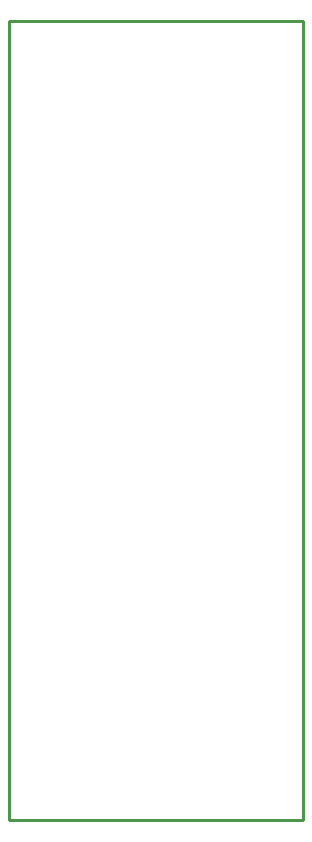
<source format=gko>
G04*
G04 #@! TF.GenerationSoftware,Altium Limited,Altium Designer,22.2.1 (43)*
G04*
G04 Layer_Color=16711935*
%FSLAX25Y25*%
%MOIN*%
G70*
G04*
G04 #@! TF.SameCoordinates,3363FF5D-1BA6-4910-A2F9-43927B8BDF9C*
G04*
G04*
G04 #@! TF.FilePolarity,Positive*
G04*
G01*
G75*
%ADD12C,0.01000*%
D12*
X349000Y130500D02*
Y397000D01*
Y130500D02*
X447000D01*
Y397000D01*
X349000D02*
X447000D01*
M02*

</source>
